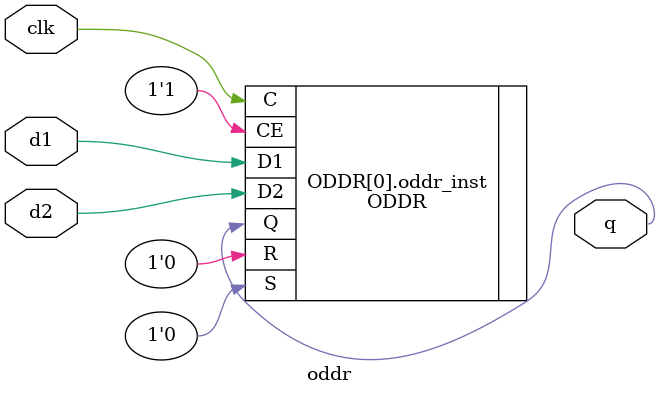
<source format=v>
`timescale 1ns / 1ps

module oddr #(
	parameter DATA_WIDTH = 1
)
(
	input wire clk,
	input wire [DATA_WIDTH-1:0]d1,
	input wire [DATA_WIDTH-1:0]d2,
	output wire [DATA_WIDTH-1:0]q
);

genvar i;

generate for (i = 0; i < DATA_WIDTH; i = i + 1) begin : ODDR
	ODDR #(
		.DDR_CLK_EDGE("SAME_EDGE"),
		.SRTYPE("ASYNC")
	) oddr_inst (
		.Q(q[i]),
		.C(clk),
		.CE(1'b1),
		.D1(d1[i]),
		.D2(d2[i]),
		.R(1'b0),
		.S(1'b0)
	);
end endgenerate

endmodule

</source>
